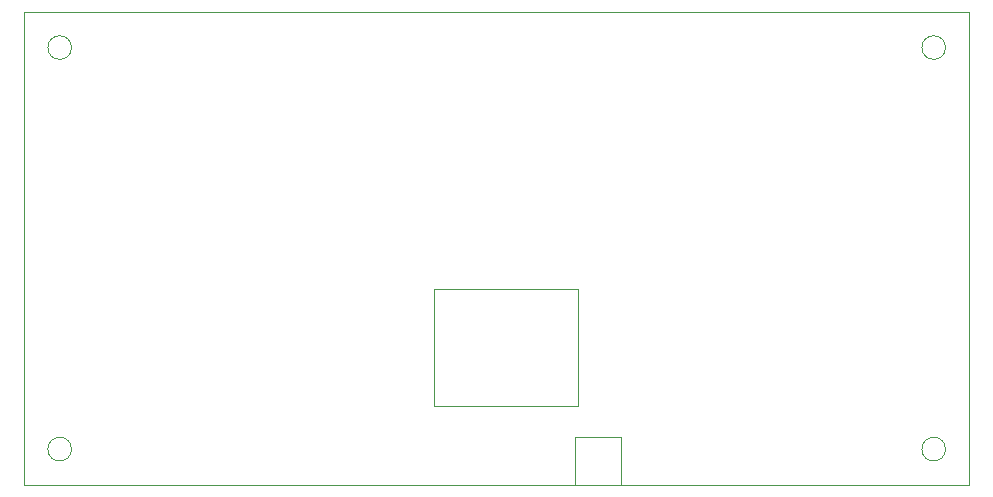
<source format=gbr>
%TF.GenerationSoftware,KiCad,Pcbnew,(7.0.0)*%
%TF.CreationDate,2023-05-25T16:04:03+02:00*%
%TF.ProjectId,wally_board,77616c6c-795f-4626-9f61-72642e6b6963,rev?*%
%TF.SameCoordinates,Original*%
%TF.FileFunction,Profile,NP*%
%FSLAX46Y46*%
G04 Gerber Fmt 4.6, Leading zero omitted, Abs format (unit mm)*
G04 Created by KiCad (PCBNEW (7.0.0)) date 2023-05-25 16:04:03*
%MOMM*%
%LPD*%
G01*
G04 APERTURE LIST*
%TA.AperFunction,Profile*%
%ADD10C,0.100000*%
%TD*%
G04 APERTURE END LIST*
D10*
X183000000Y-53000000D02*
G75*
G03*
X183000000Y-53000000I-1000000J0D01*
G01*
X109000000Y-53000000D02*
G75*
G03*
X109000000Y-53000000I-1000000J0D01*
G01*
X183000000Y-87000000D02*
G75*
G03*
X183000000Y-87000000I-1000000J0D01*
G01*
X151638000Y-86000000D02*
X155500000Y-86000000D01*
X155500000Y-86000000D02*
X155500000Y-90000000D01*
X155500000Y-90000000D02*
X151638000Y-90000000D01*
X151638000Y-90000000D02*
X151638000Y-86000000D01*
X105000000Y-50000000D02*
X185000000Y-50000000D01*
X185000000Y-50000000D02*
X185000000Y-90000000D01*
X185000000Y-90000000D02*
X105000000Y-90000000D01*
X105000000Y-90000000D02*
X105000000Y-50000000D01*
X109000000Y-87000000D02*
G75*
G03*
X109000000Y-87000000I-1000000J0D01*
G01*
X139700000Y-73406000D02*
X151892000Y-73406000D01*
X151892000Y-73406000D02*
X151892000Y-83312000D01*
X151892000Y-83312000D02*
X139700000Y-83312000D01*
X139700000Y-83312000D02*
X139700000Y-73406000D01*
M02*

</source>
